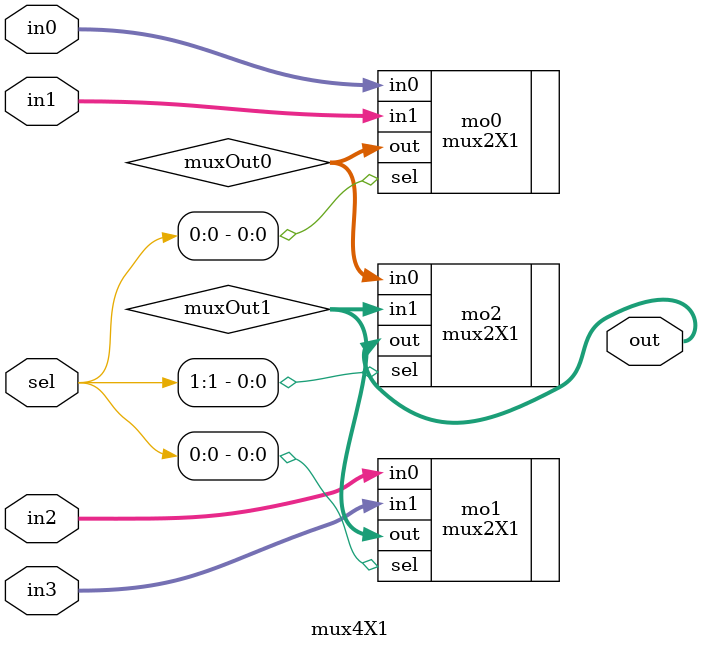
<source format=v>
 
`include "mux2X1.v"
 
module mux4X1( in0,in1,in2,in3,sel,out);
	parameter width=16; 
	input [width-1:0] in0,in1,in2,in3;
	input [1:0] sel;
	output [width-1:0] out;
	wire [width-1:0 ]muxOut0,muxOut1;

		mux2X1 #(width) mo0(
			.in0(in0),
			.in1(in1),
			.sel(sel[0]),
			.out(muxOut0));
		
		mux2X1 #(width) mo1(
			.in0(in2),
			.in1(in3),
			.sel(sel[0]),
			.out(muxOut1));
			
		mux2X1 #(width) mo2(
			.in0(muxOut0),
			.in1(muxOut1),
			.sel(sel[1]),
			.out(out));	
	
endmodule
 
 
</source>
